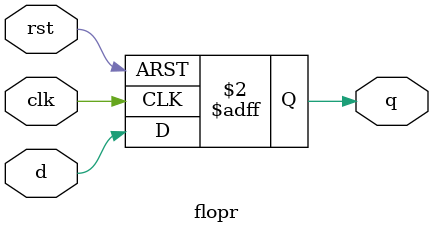
<source format=sv>
module flopr(
	input logic clk, rst, d,
	output logic q
);

	always_ff @(posedge clk, posedge rst) begin
		if(rst) q <= 1'b0;
		else q <= d;
	end

endmodule
</source>
